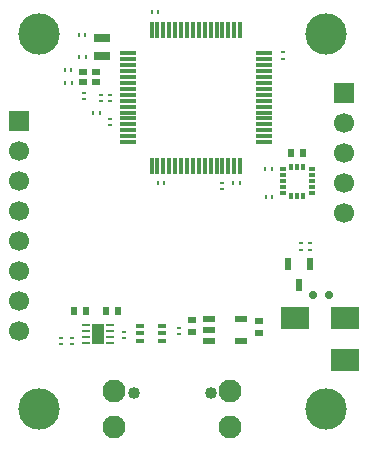
<source format=gbr>
%TF.GenerationSoftware,KiCad,Pcbnew,9.0.3*%
%TF.CreationDate,2025-09-02T10:47:08-04:00*%
%TF.ProjectId,simon,73696d6f-6e2e-46b6-9963-61645f706362,rev?*%
%TF.SameCoordinates,Original*%
%TF.FileFunction,Soldermask,Top*%
%TF.FilePolarity,Negative*%
%FSLAX46Y46*%
G04 Gerber Fmt 4.6, Leading zero omitted, Abs format (unit mm)*
G04 Created by KiCad (PCBNEW 9.0.3) date 2025-09-02 10:47:08*
%MOMM*%
%LPD*%
G01*
G04 APERTURE LIST*
G04 Aperture macros list*
%AMRoundRect*
0 Rectangle with rounded corners*
0 $1 Rounding radius*
0 $2 $3 $4 $5 $6 $7 $8 $9 X,Y pos of 4 corners*
0 Add a 4 corners polygon primitive as box body*
4,1,4,$2,$3,$4,$5,$6,$7,$8,$9,$2,$3,0*
0 Add four circle primitives for the rounded corners*
1,1,$1+$1,$2,$3*
1,1,$1+$1,$4,$5*
1,1,$1+$1,$6,$7*
1,1,$1+$1,$8,$9*
0 Add four rect primitives between the rounded corners*
20,1,$1+$1,$2,$3,$4,$5,0*
20,1,$1+$1,$4,$5,$6,$7,0*
20,1,$1+$1,$6,$7,$8,$9,0*
20,1,$1+$1,$8,$9,$2,$3,0*%
G04 Aperture macros list end*
%ADD10R,0.350000X0.250000*%
%ADD11RoundRect,0.087500X-0.187500X-0.087500X0.187500X-0.087500X0.187500X0.087500X-0.187500X0.087500X0*%
%ADD12RoundRect,0.087500X-0.087500X-0.187500X0.087500X-0.187500X0.087500X0.187500X-0.087500X0.187500X0*%
%ADD13R,0.250000X0.350000*%
%ADD14R,0.508000X1.117600*%
%ADD15R,0.750000X0.600000*%
%ADD16R,0.600000X0.700000*%
%ADD17R,1.000000X0.599999*%
%ADD18R,0.700000X0.600000*%
%ADD19C,2.600000*%
%ADD20C,3.500000*%
%ADD21R,1.475000X0.300000*%
%ADD22R,0.300000X1.475000*%
%ADD23R,0.711200X0.279400*%
%ADD24R,0.990600X1.701800*%
%ADD25RoundRect,0.150000X-0.150000X-0.200000X0.150000X-0.200000X0.150000X0.200000X-0.150000X0.200000X0*%
%ADD26RoundRect,0.100000X-0.225000X-0.100000X0.225000X-0.100000X0.225000X0.100000X-0.225000X0.100000X0*%
%ADD27RoundRect,0.102000X1.125000X0.850000X-1.125000X0.850000X-1.125000X-0.850000X1.125000X-0.850000X0*%
%ADD28R,1.400000X0.680000*%
%ADD29C,1.950000*%
%ADD30C,1.020000*%
%ADD31R,1.700000X1.700000*%
%ADD32C,1.700000*%
G04 APERTURE END LIST*
D10*
%TO.C,R204*%
X146920000Y-99920000D03*
X146920000Y-100470000D03*
%TD*%
D11*
%TO.C,U301*%
X155737500Y-86505000D03*
X155737500Y-87005000D03*
X155737500Y-87505000D03*
X155737500Y-88005000D03*
X155737500Y-88505000D03*
D12*
X156462500Y-88730000D03*
X156962500Y-88730000D03*
X157462500Y-88730000D03*
D11*
X158187500Y-88505000D03*
X158187500Y-88005000D03*
X158187500Y-87505000D03*
X158187500Y-87005000D03*
X158187500Y-86505000D03*
D12*
X157462500Y-86280000D03*
X156962500Y-86280000D03*
X156462500Y-86280000D03*
%TD*%
D13*
%TO.C,C404*%
X137295000Y-78090000D03*
X137845000Y-78090000D03*
%TD*%
D10*
%TO.C,C410*%
X141130000Y-82200000D03*
X141130000Y-82750000D03*
%TD*%
D14*
%TO.C,Q301*%
X158050001Y-94492000D03*
X156149999Y-94492000D03*
X157100000Y-96270000D03*
%TD*%
D15*
%TO.C,Y402*%
X138855000Y-79075000D03*
X139905000Y-79075000D03*
X139905000Y-78275000D03*
X138855000Y-78275000D03*
%TD*%
D13*
%TO.C,C401*%
X138490000Y-76990000D03*
X139040000Y-76990000D03*
%TD*%
%TO.C,C409*%
X145205000Y-73200000D03*
X144655000Y-73200000D03*
%TD*%
%TO.C,C403*%
X137340000Y-79170000D03*
X137890000Y-79170000D03*
%TD*%
D16*
%TO.C,C202*%
X140795000Y-98470000D03*
X141795000Y-98470000D03*
%TD*%
D17*
%TO.C,U202*%
X149470000Y-99170001D03*
X149470000Y-100120002D03*
X149470000Y-101070000D03*
X152220000Y-101070000D03*
X152220000Y-99170001D03*
%TD*%
D13*
%TO.C,R301*%
X154295000Y-88840000D03*
X154845000Y-88840000D03*
%TD*%
D16*
%TO.C,C201*%
X139095000Y-98470000D03*
X138095000Y-98470000D03*
%TD*%
D18*
%TO.C,C203*%
X148020000Y-99270000D03*
X148020000Y-100270000D03*
%TD*%
%TO.C,C204*%
X153720000Y-100370000D03*
X153720000Y-99370000D03*
%TD*%
D19*
%TO.C,N301*%
X135080000Y-75000000D03*
D20*
X135080000Y-75000000D03*
D19*
X135080000Y-106800000D03*
D20*
X135080000Y-106800000D03*
D19*
X159380000Y-75000000D03*
D20*
X159380000Y-75000000D03*
D19*
X159380000Y-106800000D03*
D20*
X159380000Y-106800000D03*
%TD*%
D13*
%TO.C,C407*%
X151555000Y-87675000D03*
X152105000Y-87675000D03*
%TD*%
%TO.C,R401*%
X139705000Y-81725000D03*
X140255000Y-81725000D03*
%TD*%
D10*
%TO.C,R304*%
X158080000Y-93315000D03*
X158080000Y-92765000D03*
%TD*%
%TO.C,R203*%
X142295000Y-100270000D03*
X142295000Y-100820000D03*
%TD*%
%TO.C,C405*%
X141130000Y-80725000D03*
X141130000Y-80175000D03*
%TD*%
D21*
%TO.C,U401*%
X142642000Y-76687000D03*
X142642000Y-77187000D03*
X142642000Y-77687000D03*
X142642000Y-78187000D03*
X142642000Y-78687000D03*
X142642000Y-79187000D03*
X142642000Y-79687000D03*
X142642000Y-80187000D03*
X142642000Y-80687000D03*
X142642000Y-81187000D03*
X142642000Y-81687000D03*
X142642000Y-82187000D03*
X142642000Y-82687000D03*
X142642000Y-83187000D03*
X142642000Y-83687000D03*
X142642000Y-84187000D03*
D22*
X144630000Y-86175000D03*
X145130000Y-86175000D03*
X145630000Y-86175000D03*
X146130000Y-86175000D03*
X146630000Y-86175000D03*
X147130000Y-86175000D03*
X147630000Y-86175000D03*
X148130000Y-86175000D03*
X148630000Y-86175000D03*
X149130000Y-86175000D03*
X149630000Y-86175000D03*
X150130000Y-86175000D03*
X150630000Y-86175000D03*
X151130000Y-86175000D03*
X151630000Y-86175000D03*
X152130000Y-86175000D03*
D21*
X154118000Y-84187000D03*
X154118000Y-83687000D03*
X154118000Y-83187000D03*
X154118000Y-82687000D03*
X154118000Y-82187000D03*
X154118000Y-81687000D03*
X154118000Y-81187000D03*
X154118000Y-80687000D03*
X154118000Y-80187000D03*
X154118000Y-79687000D03*
X154118000Y-79187000D03*
X154118000Y-78687000D03*
X154118000Y-78187000D03*
X154118000Y-77687000D03*
X154118000Y-77187000D03*
X154118000Y-76687000D03*
D22*
X152130000Y-74699000D03*
X151630000Y-74699000D03*
X151130000Y-74699000D03*
X150630000Y-74699000D03*
X150130000Y-74699000D03*
X149630000Y-74699000D03*
X149130000Y-74699000D03*
X148630000Y-74699000D03*
X148130000Y-74699000D03*
X147630000Y-74699000D03*
X147130000Y-74699000D03*
X146630000Y-74699000D03*
X146130000Y-74699000D03*
X145630000Y-74699000D03*
X145130000Y-74699000D03*
X144630000Y-74699000D03*
%TD*%
D13*
%TO.C,C402*%
X138475000Y-75120000D03*
X139025000Y-75120000D03*
%TD*%
D23*
%TO.C,U201*%
X139091700Y-99719811D03*
X139091700Y-100219937D03*
X139091700Y-100720063D03*
X139091700Y-101220189D03*
X141098300Y-101220189D03*
X141098300Y-100720063D03*
X141098300Y-100219937D03*
X141098300Y-99719811D03*
D24*
X140095000Y-100470000D03*
%TD*%
D25*
%TO.C,D301*%
X159667500Y-97100000D03*
X158267500Y-97100000D03*
%TD*%
D10*
%TO.C,C408*%
X155730000Y-77150000D03*
X155730000Y-76600000D03*
%TD*%
%TO.C,R202*%
X137895000Y-100770000D03*
X137895000Y-101320000D03*
%TD*%
%TO.C,R201*%
X136995000Y-100770000D03*
X136995000Y-101320000D03*
%TD*%
%TO.C,R303*%
X157260000Y-93310000D03*
X157260000Y-92760000D03*
%TD*%
D26*
%TO.C,U203*%
X143620000Y-99745000D03*
X143620000Y-100395000D03*
X143620000Y-101045000D03*
X145520000Y-101045000D03*
X145520000Y-100395000D03*
X145520000Y-99745000D03*
%TD*%
D10*
%TO.C,R403*%
X150630000Y-87625000D03*
X150630000Y-88175000D03*
%TD*%
D16*
%TO.C,C301*%
X156437500Y-85080000D03*
X157437500Y-85080000D03*
%TD*%
D27*
%TO.C,LS301*%
X161020000Y-99120000D03*
X156770000Y-99120000D03*
X161020000Y-102620000D03*
%TD*%
D10*
%TO.C,R402*%
X138950000Y-80550000D03*
X138950000Y-80000000D03*
%TD*%
D13*
%TO.C,R302*%
X154255000Y-86510000D03*
X154805000Y-86510000D03*
%TD*%
D10*
%TO.C,R404*%
X140330000Y-80725000D03*
X140330000Y-80175000D03*
%TD*%
D28*
%TO.C,Y401*%
X140430000Y-76925000D03*
X140430000Y-75345000D03*
%TD*%
D13*
%TO.C,C406*%
X145155000Y-87675000D03*
X145705000Y-87675000D03*
%TD*%
D29*
%TO.C,J201*%
X151265000Y-108295000D03*
X151265000Y-105295000D03*
D30*
X149620000Y-105395000D03*
X143120000Y-105395000D03*
D29*
X141475000Y-108295000D03*
X141475000Y-105295000D03*
%TD*%
D31*
%TO.C,J301*%
X133390000Y-82420000D03*
D32*
X133390000Y-84960000D03*
X133390000Y-87500000D03*
X133390000Y-90040000D03*
X133390000Y-92580000D03*
X133390000Y-95120000D03*
X133390000Y-97660000D03*
X133390000Y-100200000D03*
%TD*%
D31*
%TO.C,J401*%
X160960000Y-80000000D03*
D32*
X160960000Y-82540000D03*
X160960000Y-85080000D03*
X160960000Y-87620000D03*
X160960000Y-90160000D03*
%TD*%
M02*

</source>
